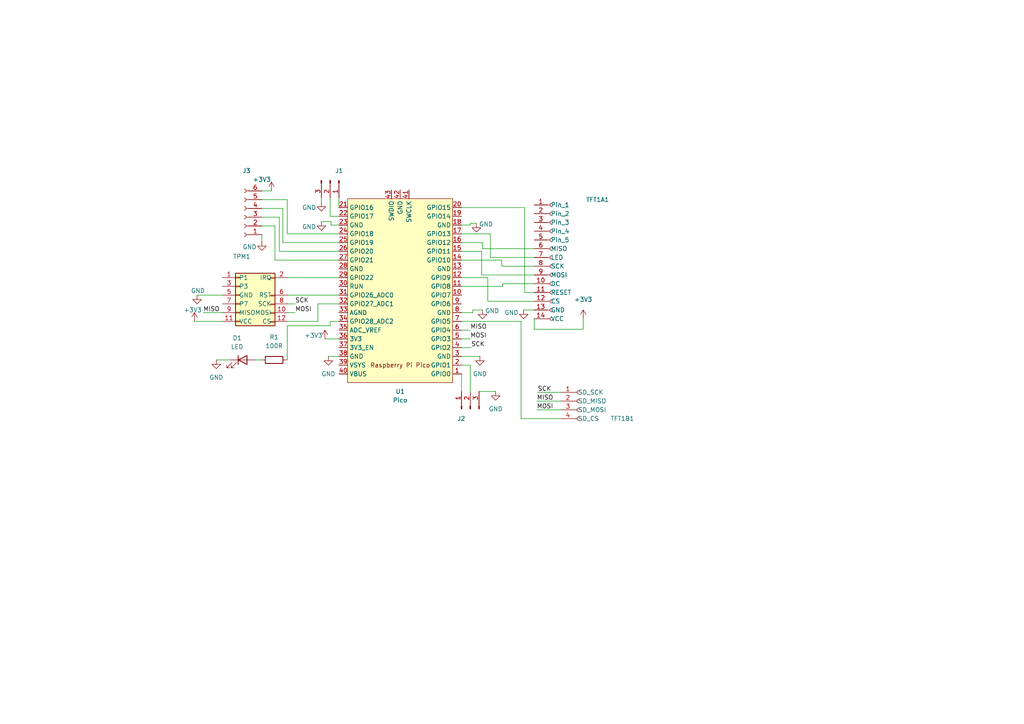
<source format=kicad_sch>
(kicad_sch (version 20211123) (generator eeschema)
  (paper "A4")
  (lib_symbols
    (symbol "Connector:Conn_01x03_Male" (pin_names (offset 1.016) hide)
      (property "Reference" "J" (at 0 5.08 0))
      (property "Value" "Conn_01x03_Male" (at 0 -5.08 0))
      (symbol "Conn_01x03_Male_1_1"
        (polyline (pts (xy 1.27 -2.54) (xy 0.8636 -2.54)) (stroke (width 0.1524)))
        (polyline (pts (xy 1.27 0) (xy 0.8636 0)) (stroke (width 0.1524)))
        (polyline (pts (xy 1.27 2.54) (xy 0.8636 2.54)) (stroke (width 0.1524)))
        (rectangle (start 0.8636 -2.413) (end 0 -2.667) (stroke (width 0.1524)) (fill (type outline)))
        (rectangle (start 0.8636 0.127) (end 0 -0.127) (stroke (width 0.1524)) (fill (type outline)))
        (rectangle (start 0.8636 2.667) (end 0 2.413) (stroke (width 0.1524)) (fill (type outline)))
        (pin passive line (at 5.08 2.54 180) (length 3.81) (name "Pin_1") (number "1"))
        (pin passive line (at 5.08 0 180) (length 3.81) (name "Pin_2") (number "2"))
        (pin passive line (at 5.08 -2.54 180) (length 3.81) (name "Pin_3") (number "3"))
      )
    )
    (symbol "Connector:Conn_01x04_Female" (pin_names (offset 1.016))
      (property "Reference" "J?" (at 0.762 0.0001 0))
      (symbol "Conn_01x04_Female_1_1"
        (arc (start 0 -4.572) (mid -0.508 -5.08) (end 0 -5.588) (stroke (width 0.1524)))
        (arc (start 0 -2.032) (mid -0.508 -2.54) (end 0 -3.048) (stroke (width 0.1524)))
        (polyline (pts (xy -1.27 -5.08) (xy -0.508 -5.08)) (stroke (width 0.1524)))
        (polyline (pts (xy -1.27 -2.54) (xy -0.508 -2.54)) (stroke (width 0.1524)))
        (polyline (pts (xy -1.27 0) (xy -0.508 0)) (stroke (width 0.1524)))
        (polyline (pts (xy -1.27 2.54) (xy -0.508 2.54)) (stroke (width 0.1524)))
        (arc (start 0 0.508) (mid -0.508 0) (end 0 -0.508) (stroke (width 0.1524)))
        (arc (start 0 3.048) (mid -0.508 2.54) (end 0 2.032) (stroke (width 0.1524)))
        (pin passive line (at -5.08 2.54 0) (length 3.81) (name "SD_SCK") (number "1"))
        (pin passive line (at -5.08 0 0) (length 3.81) (name "SD_MISO") (number "2"))
        (pin passive line (at -5.08 -2.54 0) (length 3.81) (name "SD_MOSI") (number "3"))
        (pin passive line (at -5.08 -5.08 0) (length 3.81) (name "SD_CS") (number "4"))
      )
    )
    (symbol "Connector:Conn_01x06_Female" (pin_names (offset 1.016) hide)
      (property "Reference" "J" (at 0 7.62 0))
      (property "Value" "Conn_01x06_Female" (at 0 -10.16 0))
      (symbol "Conn_01x06_Female_1_1"
        (arc (start 0 -7.112) (mid -0.508 -7.62) (end 0 -8.128) (stroke (width 0.1524)))
        (arc (start 0 -4.572) (mid -0.508 -5.08) (end 0 -5.588) (stroke (width 0.1524)))
        (arc (start 0 -2.032) (mid -0.508 -2.54) (end 0 -3.048) (stroke (width 0.1524)))
        (polyline (pts (xy -1.27 -7.62) (xy -0.508 -7.62)) (stroke (width 0.1524)))
        (polyline (pts (xy -1.27 -5.08) (xy -0.508 -5.08)) (stroke (width 0.1524)))
        (polyline (pts (xy -1.27 -2.54) (xy -0.508 -2.54)) (stroke (width 0.1524)))
        (polyline (pts (xy -1.27 0) (xy -0.508 0)) (stroke (width 0.1524)))
        (polyline (pts (xy -1.27 2.54) (xy -0.508 2.54)) (stroke (width 0.1524)))
        (polyline (pts (xy -1.27 5.08) (xy -0.508 5.08)) (stroke (width 0.1524)))
        (arc (start 0 0.508) (mid -0.508 0) (end 0 -0.508) (stroke (width 0.1524)))
        (arc (start 0 3.048) (mid -0.508 2.54) (end 0 2.032) (stroke (width 0.1524)))
        (arc (start 0 5.588) (mid -0.508 5.08) (end 0 4.572) (stroke (width 0.1524)))
        (pin passive line (at -5.08 5.08 0) (length 3.81) (name "Pin_1") (number "1"))
        (pin passive line (at -5.08 2.54 0) (length 3.81) (name "Pin_2") (number "2"))
        (pin passive line (at -5.08 0 0) (length 3.81) (name "Pin_3") (number "3"))
        (pin passive line (at -5.08 -2.54 0) (length 3.81) (name "Pin_4") (number "4"))
        (pin passive line (at -5.08 -5.08 0) (length 3.81) (name "Pin_5") (number "5"))
        (pin passive line (at -5.08 -7.62 0) (length 3.81) (name "Pin_6") (number "6"))
      )
    )
    (symbol "Connector:Conn_01x14_Female" (pin_names (offset 1.016))
      (property "Reference" "J?" (at 1.778 0.0001 0))
      (property "Value" "Conn_01x14_Female" (at 1.778 -2.5399 0))
      (symbol "Conn_01x14_Female_1_1"
        (arc (start 0 -17.272) (mid -0.508 -17.78) (end 0 -18.288) (stroke (width 0.1524)))
        (arc (start 0 -14.732) (mid -0.508 -15.24) (end 0 -15.748) (stroke (width 0.1524)))
        (arc (start 0 -12.192) (mid -0.508 -12.7) (end 0 -13.208) (stroke (width 0.1524)))
        (arc (start 0 -9.652) (mid -0.508 -10.16) (end 0 -10.668) (stroke (width 0.1524)))
        (arc (start 0 -7.112) (mid -0.508 -7.62) (end 0 -8.128) (stroke (width 0.1524)))
        (arc (start 0 -4.572) (mid -0.508 -5.08) (end 0 -5.588) (stroke (width 0.1524)))
        (arc (start 0 -2.032) (mid -0.508 -2.54) (end 0 -3.048) (stroke (width 0.1524)))
        (polyline (pts (xy -1.27 -17.78) (xy -0.508 -17.78)) (stroke (width 0.1524)))
        (polyline (pts (xy -1.27 -15.24) (xy -0.508 -15.24)) (stroke (width 0.1524)))
        (polyline (pts (xy -1.27 -12.7) (xy -0.508 -12.7)) (stroke (width 0.1524)))
        (polyline (pts (xy -1.27 -10.16) (xy -0.508 -10.16)) (stroke (width 0.1524)))
        (polyline (pts (xy -1.27 -7.62) (xy -0.508 -7.62)) (stroke (width 0.1524)))
        (polyline (pts (xy -1.27 -5.08) (xy -0.508 -5.08)) (stroke (width 0.1524)))
        (polyline (pts (xy -1.27 -2.54) (xy -0.508 -2.54)) (stroke (width 0.1524)))
        (polyline (pts (xy -1.27 0) (xy -0.508 0)) (stroke (width 0.1524)))
        (polyline (pts (xy -1.27 2.54) (xy -0.508 2.54)) (stroke (width 0.1524)))
        (polyline (pts (xy -1.27 5.08) (xy -0.508 5.08)) (stroke (width 0.1524)))
        (polyline (pts (xy -1.27 7.62) (xy -0.508 7.62)) (stroke (width 0.1524)))
        (polyline (pts (xy -1.27 10.16) (xy -0.508 10.16)) (stroke (width 0.1524)))
        (polyline (pts (xy -1.27 12.7) (xy -0.508 12.7)) (stroke (width 0.1524)))
        (polyline (pts (xy -1.27 15.24) (xy -0.508 15.24)) (stroke (width 0.1524)))
        (arc (start 0 0.508) (mid -0.508 0) (end 0 -0.508) (stroke (width 0.1524)))
        (arc (start 0 3.048) (mid -0.508 2.54) (end 0 2.032) (stroke (width 0.1524)))
        (arc (start 0 5.588) (mid -0.508 5.08) (end 0 4.572) (stroke (width 0.1524)))
        (arc (start 0 8.128) (mid -0.508 7.62) (end 0 7.112) (stroke (width 0.1524)))
        (arc (start 0 10.668) (mid -0.508 10.16) (end 0 9.652) (stroke (width 0.1524)))
        (arc (start 0 13.208) (mid -0.508 12.7) (end 0 12.192) (stroke (width 0.1524)))
        (arc (start 0 15.748) (mid -0.508 15.24) (end 0 14.732) (stroke (width 0.1524)))
        (pin passive line (at -5.08 15.24 0) (length 3.81) (name "Pin_1") (number "1"))
        (pin passive line (at -5.08 -7.62 0) (length 3.81) (name "DC") (number "10"))
        (pin passive line (at -5.08 -10.16 0) (length 3.81) (name "RESET") (number "11"))
        (pin passive line (at -5.08 -12.7 0) (length 3.81) (name "CS") (number "12"))
        (pin passive line (at -5.08 -15.24 0) (length 3.81) (name "GND") (number "13"))
        (pin passive line (at -5.08 -17.78 0) (length 3.81) (name "VCC") (number "14"))
        (pin passive line (at -5.08 12.7 0) (length 3.81) (name "Pin_2") (number "2"))
        (pin passive line (at -5.08 10.16 0) (length 3.81) (name "Pin_3") (number "3"))
        (pin passive line (at -5.08 7.62 0) (length 3.81) (name "Pin_4") (number "4"))
        (pin passive line (at -5.08 5.08 0) (length 3.81) (name "Pin_5") (number "5"))
        (pin passive line (at -5.08 2.54 0) (length 3.81) (name "MISO") (number "6"))
        (pin passive line (at -5.08 0 0) (length 3.81) (name "LED") (number "7"))
        (pin passive line (at -5.08 -2.54 0) (length 3.81) (name "SCK") (number "8"))
        (pin passive line (at -5.08 -5.08 0) (length 3.81) (name "MOSI") (number "9"))
      )
    )
    (symbol "Connector_Generic:Conn_02x06_Odd_Even" (pin_names (offset 1.016))
      (property "Reference" "TPM1" (at 0.508 11.176 0))
      (symbol "Conn_02x06_Odd_Even_1_1"
        (rectangle (start -1.27 -7.493) (end 0 -7.747) (stroke (width 0.1524)))
        (rectangle (start -1.27 -4.953) (end 0 -5.207) (stroke (width 0.1524)))
        (rectangle (start -1.27 -2.413) (end 0 -2.667) (stroke (width 0.1524)))
        (rectangle (start -1.27 0.127) (end 0 -0.127) (stroke (width 0.1524)))
        (rectangle (start -1.27 2.667) (end 0 2.413) (stroke (width 0.1524)))
        (rectangle (start -1.27 5.207) (end 0 4.953) (stroke (width 0.1524)))
        (rectangle (start -1.27 6.35) (end 10.16 -8.89) (stroke (width 0.254)) (fill (type background)))
        (rectangle (start 10.16 -7.62) (end 8.89 -7.874) (stroke (width 0.1524)))
        (rectangle (start 10.16 -5.08) (end 8.89 -5.334) (stroke (width 0.1524)))
        (rectangle (start 10.16 -2.54) (end 8.89 -2.794) (stroke (width 0.1524)))
        (rectangle (start 10.16 0) (end 8.89 -0.254) (stroke (width 0.1524)))
        (rectangle (start 10.16 5.08) (end 8.89 4.826) (stroke (width 0.1524)))
        (pin passive line (at -5.08 5.08 0) (length 3.81) (name "P1") (number "1"))
        (pin passive line (at 13.97 -5.08 180) (length 3.81) (name "MOSI") (number "10"))
        (pin passive line (at -5.08 -7.62 0) (length 3.81) (name "VCC") (number "11"))
        (pin passive line (at 13.97 -7.62 180) (length 3.81) (name "CS") (number "12"))
        (pin passive line (at 13.97 5.08 180) (length 3.81) (name "IRQ") (number "2"))
        (pin passive line (at -5.08 2.54 0) (length 3.81) (name "P3") (number "3"))
        (pin passive line (at -5.08 0 0) (length 3.81) (name "GND") (number "5"))
        (pin passive line (at 13.97 0 180) (length 3.81) (name "RST") (number "6"))
        (pin passive line (at -5.08 -2.54 0) (length 3.81) (name "P7") (number "7"))
        (pin passive line (at 13.97 -2.54 180) (length 3.81) (name "SCK") (number "8"))
        (pin passive line (at -5.08 -5.08 0) (length 3.81) (name "MISO") (number "9"))
      )
    )
    (symbol "Device:LED" (pin_numbers hide) (pin_names (offset 1.016) hide)
      (property "Reference" "D" (at 0 2.54 0))
      (property "Value" "LED" (at 0 -2.54 0))
      (symbol "LED_0_1"
        (polyline (pts (xy -1.27 -1.27) (xy -1.27 1.27)) (stroke (width 0.254)))
        (polyline (pts (xy -1.27 0) (xy 1.27 0)))
        (polyline (pts (xy 1.27 -1.27) (xy 1.27 1.27) (xy -1.27 0) (xy 1.27 -1.27)) (stroke (width 0.254)))
        (polyline (pts (xy -3.048 -0.762) (xy -4.572 -2.286) (xy -3.81 -2.286) (xy -4.572 -2.286) (xy -4.572 -1.524)))
        (polyline (pts (xy -1.778 -0.762) (xy -3.302 -2.286) (xy -2.54 -2.286) (xy -3.302 -2.286) (xy -3.302 -1.524)))
      )
      (symbol "LED_1_1"
        (pin passive line (at -3.81 0 0) (length 2.54) (name "K") (number "1"))
        (pin passive line (at 3.81 0 180) (length 2.54) (name "A") (number "2"))
      )
    )
    (symbol "Device:R" (pin_numbers hide) (pin_names (offset 0))
      (property "Reference" "R" (at 2.032 0 90))
      (property "Value" "R" (at 0 0 90))
      (symbol "R_0_1"
        (rectangle (start -1.016 -2.54) (end 1.016 2.54) (stroke (width 0.254)))
      )
      (symbol "R_1_1"
        (pin passive line (at 0 3.81 270) (length 1.27) (name "~") (number "1"))
        (pin passive line (at 0 -3.81 90) (length 1.27) (name "~") (number "2"))
      )
    )
    (symbol "MCU_RaspberryPi_and_Boards:Pico"
      (property "Reference" "U" (at -13.97 27.94 0))
      (property "Value" "Pico" (at 0 19.05 0))
      (symbol "Pico_0_0"
        (text "Raspberry Pi Pico" (at 0 21.59 0) (effects (font (size 1.27 1.27))))
      )
      (symbol "Pico_0_1"
        (rectangle (start -15.24 26.67) (end 15.24 -26.67) (fill (type background)))
      )
      (symbol "Pico_1_1"
        (pin bidirectional line (at -17.78 24.13 0) (length 2.54) (name "GPIO0") (number "1"))
        (pin bidirectional line (at -17.78 1.27 0) (length 2.54) (name "GPIO7") (number "10"))
        (pin bidirectional line (at -17.78 -1.27 0) (length 2.54) (name "GPIO8") (number "11"))
        (pin bidirectional line (at -17.78 -3.81 0) (length 2.54) (name "GPIO9") (number "12"))
        (pin power_in line (at -17.78 -6.35 0) (length 2.54) (name "GND") (number "13"))
        (pin bidirectional line (at -17.78 -8.89 0) (length 2.54) (name "GPIO10") (number "14"))
        (pin bidirectional line (at -17.78 -11.43 0) (length 2.54) (name "GPIO11") (number "15"))
        (pin bidirectional line (at -17.78 -13.97 0) (length 2.54) (name "GPIO12") (number "16"))
        (pin bidirectional line (at -17.78 -16.51 0) (length 2.54) (name "GPIO13") (number "17"))
        (pin power_in line (at -17.78 -19.05 0) (length 2.54) (name "GND") (number "18"))
        (pin bidirectional line (at -17.78 -21.59 0) (length 2.54) (name "GPIO14") (number "19"))
        (pin bidirectional line (at -17.78 21.59 0) (length 2.54) (name "GPIO1") (number "2"))
        (pin bidirectional line (at -17.78 -24.13 0) (length 2.54) (name "GPIO15") (number "20"))
        (pin bidirectional line (at 17.78 -24.13 180) (length 2.54) (name "GPIO16") (number "21"))
        (pin bidirectional line (at 17.78 -21.59 180) (length 2.54) (name "GPIO17") (number "22"))
        (pin power_in line (at 17.78 -19.05 180) (length 2.54) (name "GND") (number "23"))
        (pin bidirectional line (at 17.78 -16.51 180) (length 2.54) (name "GPIO18") (number "24"))
        (pin bidirectional line (at 17.78 -13.97 180) (length 2.54) (name "GPIO19") (number "25"))
        (pin bidirectional line (at 17.78 -11.43 180) (length 2.54) (name "GPIO20") (number "26"))
        (pin bidirectional line (at 17.78 -8.89 180) (length 2.54) (name "GPIO21") (number "27"))
        (pin power_in line (at 17.78 -6.35 180) (length 2.54) (name "GND") (number "28"))
        (pin bidirectional line (at 17.78 -3.81 180) (length 2.54) (name "GPIO22") (number "29"))
        (pin power_in line (at -17.78 19.05 0) (length 2.54) (name "GND") (number "3"))
        (pin input line (at 17.78 -1.27 180) (length 2.54) (name "RUN") (number "30"))
        (pin bidirectional line (at 17.78 1.27 180) (length 2.54) (name "GPIO26_ADC0") (number "31"))
        (pin bidirectional line (at 17.78 3.81 180) (length 2.54) (name "GPIO27_ADC1") (number "32"))
        (pin power_in line (at 17.78 6.35 180) (length 2.54) (name "AGND") (number "33"))
        (pin bidirectional line (at 17.78 8.89 180) (length 2.54) (name "GPIO28_ADC2") (number "34"))
        (pin power_in line (at 17.78 11.43 180) (length 2.54) (name "ADC_VREF") (number "35"))
        (pin power_in line (at 17.78 13.97 180) (length 2.54) (name "3V3") (number "36"))
        (pin input line (at 17.78 16.51 180) (length 2.54) (name "3V3_EN") (number "37"))
        (pin bidirectional line (at 17.78 19.05 180) (length 2.54) (name "GND") (number "38"))
        (pin power_in line (at 17.78 21.59 180) (length 2.54) (name "VSYS") (number "39"))
        (pin bidirectional line (at -17.78 16.51 0) (length 2.54) (name "GPIO2") (number "4"))
        (pin power_in line (at 17.78 24.13 180) (length 2.54) (name "VBUS") (number "40"))
        (pin input line (at -2.54 -29.21 90) (length 2.54) (name "SWCLK") (number "41"))
        (pin power_in line (at 0 -29.21 90) (length 2.54) (name "GND") (number "42"))
        (pin bidirectional line (at 2.54 -29.21 90) (length 2.54) (name "SWDIO") (number "43"))
        (pin bidirectional line (at -17.78 13.97 0) (length 2.54) (name "GPIO3") (number "5"))
        (pin bidirectional line (at -17.78 11.43 0) (length 2.54) (name "GPIO4") (number "6"))
        (pin bidirectional line (at -17.78 8.89 0) (length 2.54) (name "GPIO5") (number "7"))
        (pin power_in line (at -17.78 6.35 0) (length 2.54) (name "GND") (number "8"))
        (pin bidirectional line (at -17.78 3.81 0) (length 2.54) (name "GPIO6") (number "9"))
      )
    )
    (symbol "power:+3V3" (power) (pin_names (offset 0))
      (property "Value" "+3V3" (at 0 3.556 0))
      (symbol "+3V3_0_1"
        (polyline (pts (xy -0.762 1.27) (xy 0 2.54)))
        (polyline (pts (xy 0 0) (xy 0 2.54)))
        (polyline (pts (xy 0 2.54) (xy 0.762 1.27)))
      )
      (symbol "+3V3_1_1"
        (pin power_in line (at 0 0 90) (length 0) hide (name "+3V3") (number "1"))
      )
    )
    (symbol "power:GND" (power) (pin_names (offset 0))
      (property "Value" "GND" (at 0 -3.81 0))
      (symbol "GND_0_1"
        (polyline (pts (xy 0 0) (xy 0 -1.27) (xy 1.27 -1.27) (xy 0 -2.54) (xy -1.27 -1.27) (xy 0 -1.27)))
      )
      (symbol "GND_1_1"
        (pin power_in line (at 0 0 270) (length 0) hide (name "GND") (number "1"))
      )
    )
  )
  (wire (pts (xy 95.25 103.378) (xy 98.298 103.378)))
  (wire (pts (xy 169.164 95.504) (xy 169.164 92.456)))
  (wire (pts (xy 154.94 87.376) (xy 141.478 87.376)))
  (wire (pts (xy 155.702 118.872) (xy 162.814 118.872)))
  (wire (pts (xy 95.758 93.218) (xy 98.298 93.218)))
  (wire (pts (xy 151.13 93.218) (xy 151.13 121.412)))
  (wire (pts (xy 133.858 98.298) (xy 136.398 98.298)))
  (wire (pts (xy 133.858 103.378) (xy 139.192 103.378)))
  (wire (pts (xy 93.218 64.262) (xy 96.012 64.262)))
  (wire (pts (xy 83.312 104.394) (xy 83.312 94.488)))
  (wire (pts (xy 83.566 85.598) (xy 98.298 85.598)))
  (wire (pts (xy 83.312 67.818) (xy 98.298 67.818)))
  (wire (pts (xy 154.94 95.504) (xy 169.164 95.504)))
  (wire (pts (xy 133.858 93.218) (xy 151.13 93.218)))
  (wire (pts (xy 79.756 75.438) (xy 98.298 75.438)))
  (wire (pts (xy 151.13 121.412) (xy 162.814 121.412)))
  (wire (pts (xy 98.298 57.404) (xy 98.298 60.198)))
  (wire (pts (xy 75.946 65.532) (xy 79.756 65.532)))
  (wire (pts (xy 75.946 55.372) (xy 78.74 55.372)))
  (wire (pts (xy 96.012 64.262) (xy 96.012 65.278)))
  (wire (pts (xy 133.858 105.918) (xy 136.398 105.918)))
  (wire (pts (xy 154.94 77.216) (xy 145.542 77.216)))
  (wire (pts (xy 139.954 72.136) (xy 139.954 70.358)))
  (wire (pts (xy 137.16 90.678) (xy 133.858 90.678)))
  (wire (pts (xy 82.042 70.358) (xy 98.298 70.358)))
  (wire (pts (xy 83.566 90.678) (xy 85.598 90.678)))
  (wire (pts (xy 83.312 94.488) (xy 95.758 94.488)))
  (wire (pts (xy 74.168 104.394) (xy 75.692 104.394)))
  (wire (pts (xy 133.858 95.758) (xy 136.398 95.758)))
  (wire (pts (xy 133.858 108.458) (xy 133.858 113.538)))
  (wire (pts (xy 145.796 83.058) (xy 133.858 83.058)))
  (wire (pts (xy 81.026 72.898) (xy 98.298 72.898)))
  (wire (pts (xy 145.796 82.296) (xy 145.796 83.058)))
  (wire (pts (xy 141.478 80.518) (xy 133.858 80.518)))
  (wire (pts (xy 154.94 79.756) (xy 139.7 79.756)))
  (wire (pts (xy 139.7 72.898) (xy 139.7 79.756)))
  (wire (pts (xy 95.758 94.488) (xy 95.758 93.218)))
  (wire (pts (xy 56.388 93.218) (xy 64.516 93.218)))
  (wire (pts (xy 83.566 88.138) (xy 85.598 88.138)))
  (wire (pts (xy 58.928 90.678) (xy 64.516 90.678)))
  (wire (pts (xy 95.758 57.404) (xy 95.758 62.738)))
  (wire (pts (xy 138.938 113.538) (xy 143.764 113.538)))
  (wire (pts (xy 142.24 67.818) (xy 142.24 74.676)))
  (wire (pts (xy 136.398 64.77) (xy 136.398 65.278)))
  (wire (pts (xy 141.478 87.376) (xy 141.478 80.518)))
  (wire (pts (xy 133.858 72.898) (xy 139.7 72.898)))
  (wire (pts (xy 57.15 85.598) (xy 64.516 85.598)))
  (wire (pts (xy 62.738 104.394) (xy 66.548 104.394)))
  (wire (pts (xy 92.202 88.138) (xy 98.298 88.138)))
  (wire (pts (xy 82.042 60.452) (xy 82.042 70.358)))
  (wire (pts (xy 155.702 116.332) (xy 162.814 116.332)))
  (wire (pts (xy 154.94 82.296) (xy 145.796 82.296)))
  (wire (pts (xy 96.012 65.278) (xy 98.298 65.278)))
  (wire (pts (xy 151.892 89.916) (xy 154.94 89.916)))
  (wire (pts (xy 75.946 60.452) (xy 82.042 60.452)))
  (wire (pts (xy 136.398 105.918) (xy 136.398 113.538)))
  (wire (pts (xy 154.94 84.836) (xy 152.146 84.836)))
  (wire (pts (xy 137.16 89.916) (xy 137.16 90.678)))
  (wire (pts (xy 139.954 89.916) (xy 137.16 89.916)))
  (wire (pts (xy 83.566 93.218) (xy 92.202 93.218)))
  (wire (pts (xy 92.202 93.218) (xy 92.202 88.138)))
  (wire (pts (xy 138.176 64.77) (xy 136.398 64.77)))
  (wire (pts (xy 152.146 84.836) (xy 152.146 60.198)))
  (wire (pts (xy 136.398 65.278) (xy 133.858 65.278)))
  (wire (pts (xy 81.026 72.898) (xy 81.026 62.992)))
  (wire (pts (xy 152.146 60.198) (xy 133.858 60.198)))
  (wire (pts (xy 94.234 98.298) (xy 98.298 98.298)))
  (wire (pts (xy 81.026 62.992) (xy 75.946 62.992)))
  (wire (pts (xy 83.566 80.518) (xy 98.298 80.518)))
  (wire (pts (xy 93.218 57.404) (xy 93.218 58.674)))
  (wire (pts (xy 139.954 70.358) (xy 133.858 70.358)))
  (wire (pts (xy 154.94 92.456) (xy 154.94 95.504)))
  (wire (pts (xy 75.946 68.072) (xy 75.946 70.104)))
  (wire (pts (xy 83.312 67.818) (xy 83.312 57.912)))
  (wire (pts (xy 79.756 65.532) (xy 79.756 75.438)))
  (wire (pts (xy 133.858 75.438) (xy 145.542 75.438)))
  (wire (pts (xy 95.758 62.738) (xy 98.298 62.738)))
  (wire (pts (xy 133.858 67.818) (xy 142.24 67.818)))
  (wire (pts (xy 133.858 100.838) (xy 136.652 100.838)))
  (wire (pts (xy 139.954 72.136) (xy 154.94 72.136)))
  (wire (pts (xy 155.956 113.792) (xy 162.814 113.792)))
  (wire (pts (xy 83.312 57.912) (xy 75.946 57.912)))
  (wire (pts (xy 142.24 74.676) (xy 154.94 74.676)))
  (wire (pts (xy 145.542 77.216) (xy 145.542 75.438)))
  (label "MOSI" (at 85.598 90.678 0))
  (label "SCK" (at 85.598 88.138 0))
  (label "SCK" (at 155.956 113.792 0))
  (label "MOSI" (at 155.702 118.872 0))
  (label "MISO" (at 155.702 116.332 0))
  (label "MISO" (at 136.398 95.758 0))
  (label "MISO" (at 58.928 90.678 0))
  (label "MOSI" (at 136.398 98.298 0))
  (label "SCK" (at 136.652 100.838 0))
  (symbol (lib_id "power:+3V3") (at 78.74 55.372 0) (unit 1)
    (property "Reference" "#PWR?" (effects hide))
    (property "Value" "+3V3" (at 75.946 52.07 0))
  )
  (symbol (lib_id "Connector:Conn_01x03_Male") (at 136.398 118.618 90) (unit 1)
    (property "Reference" "J2" (at 132.588 121.412 90) (effects (justify right)))
    (property "Value" "Conn_01x02_Male" (effects hide))
    (property "Footprint" "Connector_PinSocket_2.54mm:PinSocket_1x03_P2.54mm_Vertical" (effects hide))
  )
  (symbol (lib_id "power:GND") (at 143.764 113.538 0) (unit 1)
    (property "Reference" "#PWR0109" (effects hide))
    (property "Value" "GND" (at 143.764 118.618 0))
  )
  (symbol (lib_id "Device:LED") (at 70.358 104.394 0) (unit 1)
    (property "Reference" "D1" (at 68.7705 98.044 0))
    (property "Value" "LED" (at 68.7705 100.584 0))
    (property "Footprint" "LED_THT:LED_D1.8mm_W3.3mm_H2.4mm" (effects hide))
  )
  (symbol (lib_id "Connector:Conn_01x04_Female") (at 167.894 116.332 0) (unit 1)
    (property "Reference" "TFT1B1" (at 177.038 121.412 0) (effects (justify left)))
    (property "Value" "Conn_01x04_Female" (effects hide))
    (property "Footprint" "Connector_PinSocket_2.54mm:PinSocket_1x04_P2.54mm_Vertical" (effects hide))
  )
  (symbol (lib_id "power:GND") (at 139.192 103.378 0) (unit 1)
    (property "Reference" "#PWR0110" (effects hide))
    (property "Value" "GND" (at 139.192 108.458 0))
  )
  (symbol (lib_id "power:+3V3") (at 56.388 93.218 0) (unit 1)
    (property "Reference" "#PWR0102" (effects hide))
    (property "Value" "+3V3" (at 55.88 89.916 0))
  )
  (symbol (lib_id "Connector:Conn_01x14_Female") (at 160.02 74.676 0) (unit 1)
    (property "Reference" "TFT1A1" (at 169.926 57.912 0) (effects (justify left)))
    (property "Value" "Conn_01x14_Female" (effects hide))
    (property "Footprint" "Connector_PinSocket_2.54mm:PinSocket_1x14_P2.54mm_Vertical" (effects hide))
  )
  (symbol (lib_id "Connector:Conn_01x06_Female") (at 70.866 62.992 180) (unit 1)
    (property "Reference" "J3" (at 71.501 49.53 0))
    (property "Value" "Conn_01x06_Female" (effects hide))
    (property "Footprint" "Connector_PinSocket_2.54mm:PinSocket_1x06_P2.54mm_Vertical" (effects hide))
  )
  (symbol (lib_id "power:GND") (at 93.218 58.674 0) (unit 1)
    (property "Reference" "#PWR0108" (effects hide))
    (property "Value" "GND" (at 89.662 60.198 0))
  )
  (symbol (lib_id "power:+3V3") (at 169.164 92.456 0) (unit 1)
    (property "Reference" "#PWR02" (effects hide))
    (property "Value" "+3V3" (at 169.164 86.868 0))
  )
  (symbol (lib_id "power:GND") (at 139.954 89.916 0) (unit 1)
    (property "Reference" "#PWR0107" (effects hide))
    (property "Value" "GND" (at 142.748 90.17 0))
  )
  (symbol (lib_id "Connector_Generic:Conn_02x06_Odd_Even") (at 69.596 85.598 0) (unit 1)
    (property "Reference" "TPM1" (at 70.104 74.422 0))
    (property "Value" "Conn_02x06_Odd_Even" (effects hide))
    (property "Footprint" "Connector_PinHeader_2.54mm:PinHeader_2x06_P2.54mm_Horizontal" (effects hide))
  )
  (symbol (lib_id "power:GND") (at 75.946 70.104 0) (unit 1)
    (property "Reference" "#PWR0111" (effects hide))
    (property "Value" "GND" (at 72.39 71.628 0))
  )
  (symbol (lib_id "power:GND") (at 151.892 89.916 0) (unit 1)
    (property "Reference" "#PWR0106" (effects hide))
    (property "Value" "GND" (at 148.336 90.678 0))
  )
  (symbol (lib_id "power:GND") (at 95.25 103.378 0) (unit 1)
    (property "Reference" "#PWR0104" (effects hide))
    (property "Value" "GND" (at 95.25 108.458 0))
  )
  (symbol (lib_id "power:GND") (at 138.176 64.77 0) (unit 1)
    (property "Reference" "#PWR0112" (effects hide))
    (property "Value" "GND" (at 140.97 65.024 0))
  )
  (symbol (lib_id "power:+3V3") (at 94.234 98.298 0) (unit 1)
    (property "Reference" "#PWR01" (effects hide))
    (property "Value" "+3V3" (at 90.932 97.282 0))
  )
  (symbol (lib_id "Device:R") (at 79.502 104.394 90) (unit 1)
    (property "Reference" "R1" (at 79.502 97.79 90))
    (property "Value" "100R" (at 79.502 100.33 90))
    (property "Footprint" "Resistor_THT:R_Axial_DIN0207_L6.3mm_D2.5mm_P10.16mm_Horizontal" (effects hide))
  )
  (symbol (lib_id "power:GND") (at 57.15 85.598 0) (unit 1)
    (property "Reference" "#PWR0103" (effects hide))
    (property "Value" "GND" (at 57.404 84.328 0))
  )
  (symbol (lib_id "power:GND") (at 62.738 104.394 0) (unit 1)
    (property "Reference" "#PWR0105" (effects hide))
    (property "Value" "GND" (at 62.738 109.474 0))
  )
  (symbol (lib_id "power:GND") (at 93.218 64.262 0) (unit 1)
    (property "Reference" "#PWR0101" (effects hide))
    (property "Value" "GND" (at 89.662 65.786 0))
  )
  (symbol (lib_id "MCU_RaspberryPi_and_Boards:Pico") (at 116.078 84.328 180) (unit 1)
    (property "Reference" "U1" (at 116.078 113.538 0))
    (property "Value" "Pico" (at 116.078 116.078 0))
    (property "Footprint" "Raspberry_Pi_Pico_W_Kicad_Files:MODULE_SC0918" (effects hide))
  )
  (symbol (lib_id "Connector:Conn_01x03_Male") (at 95.758 52.324 270) (unit 1)
    (property "Reference" "J1" (at 99.568 49.53 90) (effects (justify right)))
    (property "Value" "Conn_01x02_Male" (effects hide))
    (property "Footprint" "Connector_PinSocket_2.54mm:PinSocket_1x03_P2.54mm_Vertical" (effects hide))
  )
)
</source>
